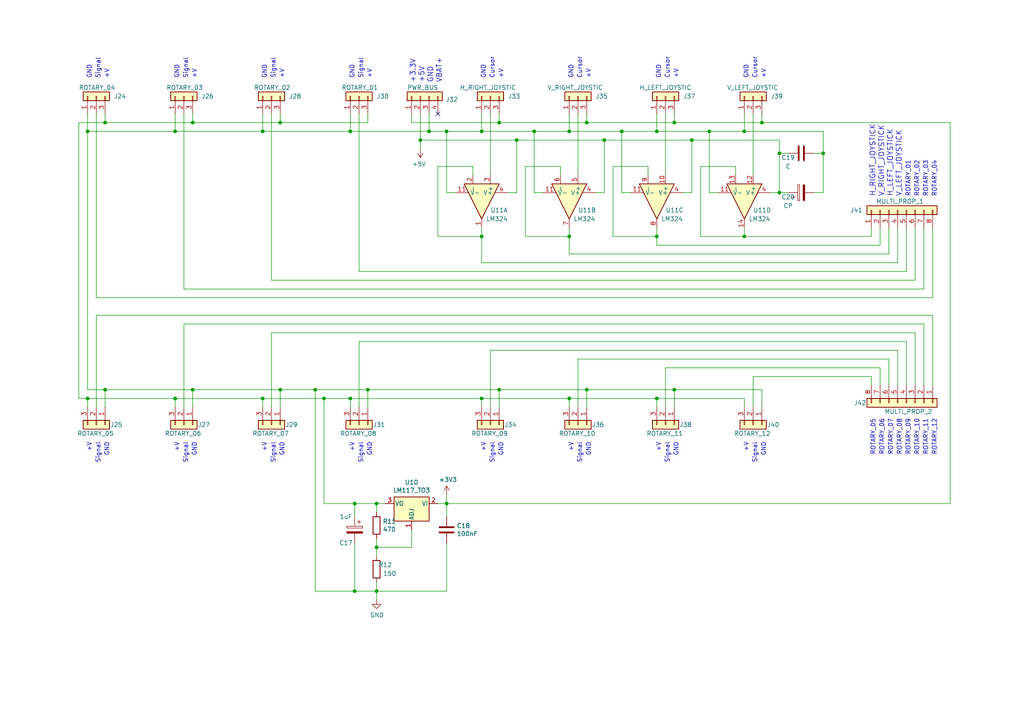
<source format=kicad_sch>
(kicad_sch (version 20230121) (generator eeschema)
  (paper "A4")
  (title_block (title "Analogs inputs - unbuffered rotary sensors") (date "2020-04-15"))
  (lib_symbols
    (symbol "RCTX-rescue:+3.3V-power" (power) (pin_names (offset 0))
      (property "Value" "+3.3V-power" (at 0 3.556 0))
      (symbol "+3.3V-power_0_1"
        (polyline (pts (xy -0.762 1.27) (xy 0 2.54)))
        (polyline (pts (xy 0 0) (xy 0 2.54)))
        (polyline (pts (xy 0 2.54) (xy 0.762 1.27)))
      )
      (symbol "+3.3V-power_1_1"
        (pin power_in line (at 0 0 90) (length 0) hide (name "+3V3") (number "1"))
      )
    )
    (symbol "RCTX-rescue:+5V-power" (power) (pin_names (offset 0))
      (property "Value" "+5V-power" (at 0 3.556 0))
      (symbol "+5V-power_0_1"
        (polyline (pts (xy -0.762 1.27) (xy 0 2.54)))
        (polyline (pts (xy 0 0) (xy 0 2.54)))
        (polyline (pts (xy 0 2.54) (xy 0.762 1.27)))
      )
      (symbol "+5V-power_1_1"
        (pin power_in line (at 0 0 90) (length 0) hide (name "+5V") (number "1"))
      )
    )
    (symbol "RCTX-rescue:C-device" (pin_numbers hide) (pin_names (offset 0.254))
      (property "Reference" "C" (at 0.635 2.54 0))
      (property "Value" "device_C" (at 0.635 -2.54 0))
      (symbol "C-device_0_1"
        (polyline (pts (xy -2.032 -0.762) (xy 2.032 -0.762)) (stroke (width 0.508)))
        (polyline (pts (xy -2.032 0.762) (xy 2.032 0.762)) (stroke (width 0.508)))
      )
      (symbol "C-device_1_1"
        (pin passive line (at 0 3.81 270) (length 2.794) (name "~") (number "1"))
        (pin passive line (at 0 -3.81 90) (length 2.794) (name "~") (number "2"))
      )
    )
    (symbol "RCTX-rescue:CP-device" (pin_numbers hide) (pin_names (offset 0.254))
      (property "Reference" "C" (at 0.635 2.54 0))
      (property "Value" "CP-device" (at 0.635 -2.54 0))
      (symbol "CP-device_0_1"
        (rectangle (start -2.286 0.508) (end -2.286 1.016))
        (rectangle (start -2.286 0.508) (end 2.286 0.508))
        (polyline (pts (xy -1.778 2.286) (xy -0.762 2.286)))
        (polyline (pts (xy -1.27 2.794) (xy -1.27 1.778)))
        (rectangle (start 2.286 -0.508) (end -2.286 -1.016) (fill (type outline)))
        (rectangle (start 2.286 1.016) (end -2.286 1.016))
        (rectangle (start 2.286 1.016) (end 2.286 0.508))
      )
      (symbol "CP-device_1_1"
        (pin passive line (at 0 3.81 270) (length 2.794) (name "~") (number "1"))
        (pin passive line (at 0 -3.81 90) (length 2.794) (name "~") (number "2"))
      )
    )
    (symbol "RCTX-rescue:Conn_01x03-conn" (pin_names (offset 1.016) hide)
      (property "Reference" "J" (at 0 5.08 0))
      (property "Value" "Conn_01x03-conn" (at 0 -5.08 0))
      (symbol "Conn_01x03-conn_1_1"
        (rectangle (start -1.27 -2.413) (end 0 -2.667) (stroke (width 0.1524)))
        (rectangle (start -1.27 0.127) (end 0 -0.127) (stroke (width 0.1524)))
        (rectangle (start -1.27 2.667) (end 0 2.413) (stroke (width 0.1524)))
        (rectangle (start -1.27 3.81) (end 1.27 -3.81) (stroke (width 0.254)) (fill (type background)))
        (pin passive line (at -5.08 2.54 0) (length 3.81) (name "Pin_1") (number "1"))
        (pin passive line (at -5.08 0 0) (length 3.81) (name "Pin_2") (number "2"))
        (pin passive line (at -5.08 -2.54 0) (length 3.81) (name "Pin_3") (number "3"))
      )
    )
    (symbol "RCTX-rescue:Conn_01x04-conn" (pin_names (offset 1.016) hide)
      (property "Reference" "J" (at 0 5.08 0))
      (property "Value" "Conn_01x04-conn" (at 0 -7.62 0))
      (symbol "Conn_01x04-conn_1_1"
        (rectangle (start -1.27 -4.953) (end 0 -5.207) (stroke (width 0.1524)))
        (rectangle (start -1.27 -2.413) (end 0 -2.667) (stroke (width 0.1524)))
        (rectangle (start -1.27 0.127) (end 0 -0.127) (stroke (width 0.1524)))
        (rectangle (start -1.27 2.667) (end 0 2.413) (stroke (width 0.1524)))
        (rectangle (start -1.27 3.81) (end 1.27 -6.35) (stroke (width 0.254)) (fill (type background)))
        (pin passive line (at -5.08 2.54 0) (length 3.81) (name "Pin_1") (number "1"))
        (pin passive line (at -5.08 0 0) (length 3.81) (name "Pin_2") (number "2"))
        (pin passive line (at -5.08 -2.54 0) (length 3.81) (name "Pin_3") (number "3"))
        (pin passive line (at -5.08 -5.08 0) (length 3.81) (name "Pin_4") (number "4"))
      )
    )
    (symbol "RCTX-rescue:Conn_01x08-conn" (pin_names (offset 1.016) hide)
      (property "Reference" "J" (at 0 10.16 0))
      (property "Value" "Conn_01x08-conn" (at 0 -12.7 0))
      (symbol "Conn_01x08-conn_1_1"
        (rectangle (start -1.27 -10.033) (end 0 -10.287) (stroke (width 0.1524)))
        (rectangle (start -1.27 -7.493) (end 0 -7.747) (stroke (width 0.1524)))
        (rectangle (start -1.27 -4.953) (end 0 -5.207) (stroke (width 0.1524)))
        (rectangle (start -1.27 -2.413) (end 0 -2.667) (stroke (width 0.1524)))
        (rectangle (start -1.27 0.127) (end 0 -0.127) (stroke (width 0.1524)))
        (rectangle (start -1.27 2.667) (end 0 2.413) (stroke (width 0.1524)))
        (rectangle (start -1.27 5.207) (end 0 4.953) (stroke (width 0.1524)))
        (rectangle (start -1.27 7.747) (end 0 7.493) (stroke (width 0.1524)))
        (rectangle (start -1.27 8.89) (end 1.27 -11.43) (stroke (width 0.254)) (fill (type background)))
        (pin passive line (at -5.08 7.62 0) (length 3.81) (name "Pin_1") (number "1"))
        (pin passive line (at -5.08 5.08 0) (length 3.81) (name "Pin_2") (number "2"))
        (pin passive line (at -5.08 2.54 0) (length 3.81) (name "Pin_3") (number "3"))
        (pin passive line (at -5.08 0 0) (length 3.81) (name "Pin_4") (number "4"))
        (pin passive line (at -5.08 -2.54 0) (length 3.81) (name "Pin_5") (number "5"))
        (pin passive line (at -5.08 -5.08 0) (length 3.81) (name "Pin_6") (number "6"))
        (pin passive line (at -5.08 -7.62 0) (length 3.81) (name "Pin_7") (number "7"))
        (pin passive line (at -5.08 -10.16 0) (length 3.81) (name "Pin_8") (number "8"))
      )
    )
    (symbol "RCTX-rescue:GND-power" (power) (pin_names (offset 0))
      (property "Value" "GND-power" (at 0 -3.81 0))
      (symbol "GND-power_0_1"
        (polyline (pts (xy 0 0) (xy 0 -1.27) (xy 1.27 -1.27) (xy 0 -2.54) (xy -1.27 -1.27) (xy 0 -1.27)))
      )
      (symbol "GND-power_1_1"
        (pin power_in line (at 0 0 270) (length 0) hide (name "GND") (number "1"))
      )
    )
    (symbol "RCTX-rescue:LM117_TO3-regul" (pin_names (offset 0.254))
      (property "Reference" "U" (at -3.81 3.175 0))
      (property "Value" "LM117_TO3-regul" (at 0 3.175 0))
      (symbol "LM117_TO3-regul_0_1"
        (rectangle (start -5.08 1.905) (end 5.08 -5.08) (stroke (width 0.254)) (fill (type background)))
      )
      (symbol "LM117_TO3-regul_1_1"
        (pin input line (at 0 -7.62 90) (length 2.54) (name "ADJ") (number "1"))
        (pin power_in line (at -7.62 0 0) (length 2.54) (name "VI") (number "2"))
        (pin power_out line (at 7.62 0 180) (length 2.54) (name "VO") (number "3"))
      )
    )
    (symbol "RCTX-rescue:LM324-linear"
      (property "Reference" "U" (at 0 5.08 0))
      (property "Value" "LM324-linear" (at 0 -5.08 0))
      (symbol "LM324-linear_0_1"
        (polyline (pts (xy -5.08 5.08) (xy 5.08 0) (xy -5.08 -5.08) (xy -5.08 5.08)) (stroke (width 0.254)) (fill (type background)))
        (pin power_in line (at -2.54 -7.62 90) (length 3.81) (name "V-") (number "11"))
        (pin power_in line (at -2.54 7.62 270) (length 3.81) (name "V+") (number "4"))
      )
      (symbol "LM324-linear_1_1"
        (pin output line (at 7.62 0 180) (length 2.54) (name "~") (number "1"))
        (pin input line (at -7.62 -2.54 0) (length 2.54) (name "-") (number "2"))
        (pin input line (at -7.62 2.54 0) (length 2.54) (name "+") (number "3"))
      )
      (symbol "LM324-linear_2_1"
        (pin input line (at -7.62 2.54 0) (length 2.54) (name "+") (number "5"))
        (pin input line (at -7.62 -2.54 0) (length 2.54) (name "-") (number "6"))
        (pin output line (at 7.62 0 180) (length 2.54) (name "~") (number "7"))
      )
      (symbol "LM324-linear_3_1"
        (pin input line (at -7.62 2.54 0) (length 2.54) (name "+") (number "10"))
        (pin output line (at 7.62 0 180) (length 2.54) (name "~") (number "8"))
        (pin input line (at -7.62 -2.54 0) (length 2.54) (name "-") (number "9"))
      )
      (symbol "LM324-linear_4_1"
        (pin input line (at -7.62 2.54 0) (length 2.54) (name "+") (number "12"))
        (pin input line (at -7.62 -2.54 0) (length 2.54) (name "-") (number "13"))
        (pin output line (at 7.62 0 180) (length 2.54) (name "~") (number "14"))
      )
    )
    (symbol "RCTX-rescue:R-device" (pin_numbers hide) (pin_names (offset 0))
      (property "Reference" "R" (at 2.032 0 90))
      (property "Value" "device_R" (at 0 0 90))
      (symbol "R-device_0_1"
        (rectangle (start -1.016 -2.54) (end 1.016 2.54) (stroke (width 0.254)))
      )
      (symbol "R-device_1_1"
        (pin passive line (at 0 3.81 270) (length 1.27) (name "~") (number "1"))
        (pin passive line (at 0 -3.81 90) (length 1.27) (name "~") (number "2"))
      )
    )
  )
  (junction (at 139.7 38.1))
  (junction (at 195.58 113.03))
  (junction (at 25.4 115.57))
  (junction (at 226.06 55.88))
  (junction (at 215.9 68.58))
  (junction (at 101.6 38.1))
  (junction (at 190.5 68.58))
  (junction (at 102.87 171.45))
  (junction (at 93.98 115.57))
  (junction (at 195.58 35.56))
  (junction (at 215.9 38.1))
  (junction (at 200.66 40.64))
  (junction (at 30.48 35.56))
  (junction (at 226.06 44.45))
  (junction (at 165.1 115.57))
  (junction (at 144.78 113.03))
  (junction (at 25.4 38.1))
  (junction (at 149.86 40.64))
  (junction (at 81.28 35.56))
  (junction (at 50.8 38.1))
  (junction (at 190.5 115.57))
  (junction (at 109.22 171.45))
  (junction (at 190.5 38.1))
  (junction (at 76.2 38.1))
  (junction (at 101.6 115.57))
  (junction (at 175.26 40.64))
  (junction (at 238.76 44.45))
  (junction (at 180.34 38.1))
  (junction (at 76.2 115.57))
  (junction (at 170.18 35.56))
  (junction (at 109.22 146.05))
  (junction (at 165.1 68.58))
  (junction (at 139.7 68.58))
  (junction (at 129.54 146.05))
  (junction (at 109.22 158.75))
  (junction (at 129.54 38.1))
  (junction (at 121.92 40.64))
  (junction (at 30.48 113.03))
  (junction (at 55.88 113.03))
  (junction (at 144.78 35.56))
  (junction (at 124.46 38.1))
  (junction (at 91.44 113.03))
  (junction (at 139.7 115.57))
  (junction (at 50.8 115.57))
  (junction (at 165.1 38.1))
  (junction (at 81.28 113.03))
  (junction (at 170.18 113.03))
  (junction (at 55.88 35.56))
  (junction (at 220.98 35.56))
  (junction (at 205.74 38.1))
  (junction (at 106.68 113.03))
  (junction (at 154.94 38.1))
  (junction (at 102.87 146.05))
  (no_connect (at 127 33.02))
  (wire (pts (xy 22.86 35.56) (xy 30.48 35.56)))
  (wire (pts (xy 265.43 96.52) (xy 78.74 96.52)))
  (wire (pts (xy 193.04 106.68) (xy 193.04 118.11)))
  (wire (pts (xy 215.9 68.58) (xy 215.9 66.04)))
  (wire (pts (xy 106.68 113.03) (xy 144.78 113.03)))
  (wire (pts (xy 129.54 38.1) (xy 139.7 38.1)))
  (wire (pts (xy 109.22 146.05) (xy 102.87 146.05)))
  (wire (pts (xy 129.54 171.45) (xy 129.54 157.48)))
  (wire (pts (xy 106.68 33.02) (xy 106.68 35.56)))
  (wire (pts (xy 265.43 111.76) (xy 265.43 96.52)))
  (wire (pts (xy 180.34 55.88) (xy 180.34 38.1)))
  (wire (pts (xy 154.94 55.88) (xy 154.94 38.1)))
  (wire (pts (xy 215.9 33.02) (xy 215.9 38.1)))
  (wire (pts (xy 22.86 115.57) (xy 22.86 35.56)))
  (wire (pts (xy 102.87 146.05) (xy 93.98 146.05)))
  (wire (pts (xy 104.14 99.06) (xy 104.14 118.11)))
  (wire (pts (xy 119.38 35.56) (xy 144.78 35.56)))
  (wire (pts (xy 205.74 55.88) (xy 205.74 38.1)))
  (wire (pts (xy 177.8 68.58) (xy 190.5 68.58)))
  (wire (pts (xy 93.98 146.05) (xy 93.98 115.57)))
  (wire (pts (xy 238.76 44.45) (xy 236.22 44.45)))
  (wire (pts (xy 27.94 33.02) (xy 27.94 86.36)))
  (wire (pts (xy 50.8 118.11) (xy 50.8 115.57)))
  (wire (pts (xy 255.27 71.12) (xy 190.5 71.12)))
  (wire (pts (xy 147.32 55.88) (xy 149.86 55.88)))
  (wire (pts (xy 55.88 113.03) (xy 81.28 113.03)))
  (wire (pts (xy 270.51 86.36) (xy 27.94 86.36)))
  (wire (pts (xy 190.5 68.58) (xy 190.5 66.04)))
  (wire (pts (xy 170.18 113.03) (xy 195.58 113.03)))
  (wire (pts (xy 265.43 66.04) (xy 265.43 81.28)))
  (wire (pts (xy 262.89 111.76) (xy 262.89 99.06)))
  (wire (pts (xy 102.87 171.45) (xy 91.44 171.45)))
  (wire (pts (xy 167.64 104.14) (xy 167.64 118.11)))
  (wire (pts (xy 55.88 35.56) (xy 30.48 35.56)))
  (wire (pts (xy 218.44 109.22) (xy 252.73 109.22)))
  (wire (pts (xy 182.88 55.88) (xy 180.34 55.88)))
  (wire (pts (xy 238.76 55.88) (xy 238.76 44.45)))
  (wire (pts (xy 30.48 118.11) (xy 30.48 113.03)))
  (wire (pts (xy 55.88 33.02) (xy 55.88 35.56)))
  (wire (pts (xy 193.04 106.68) (xy 255.27 106.68)))
  (wire (pts (xy 157.48 55.88) (xy 154.94 55.88)))
  (wire (pts (xy 177.8 48.26) (xy 177.8 68.58)))
  (wire (pts (xy 190.5 118.11) (xy 190.5 115.57)))
  (wire (pts (xy 124.46 33.02) (xy 124.46 38.1)))
  (wire (pts (xy 25.4 115.57) (xy 22.86 115.57)))
  (wire (pts (xy 260.35 111.76) (xy 260.35 101.6)))
  (wire (pts (xy 262.89 66.04) (xy 262.89 78.74)))
  (wire (pts (xy 119.38 35.56) (xy 119.38 33.02)))
  (wire (pts (xy 213.36 48.26) (xy 203.2 48.26)))
  (wire (pts (xy 213.36 50.8) (xy 213.36 48.26)))
  (wire (pts (xy 220.98 35.56) (xy 195.58 35.56)))
  (wire (pts (xy 208.28 55.88) (xy 205.74 55.88)))
  (wire (pts (xy 102.87 157.48) (xy 102.87 171.45)))
  (wire (pts (xy 81.28 33.02) (xy 81.28 35.56)))
  (wire (pts (xy 142.24 33.02) (xy 142.24 50.8)))
  (wire (pts (xy 76.2 115.57) (xy 93.98 115.57)))
  (wire (pts (xy 255.27 106.68) (xy 255.27 111.76)))
  (wire (pts (xy 262.89 99.06) (xy 104.14 99.06)))
  (wire (pts (xy 50.8 33.02) (xy 50.8 38.1)))
  (wire (pts (xy 257.81 111.76) (xy 257.81 104.14)))
  (wire (pts (xy 195.58 33.02) (xy 195.58 35.56)))
  (wire (pts (xy 262.89 78.74) (xy 104.14 78.74)))
  (wire (pts (xy 193.04 33.02) (xy 193.04 50.8)))
  (wire (pts (xy 170.18 33.02) (xy 170.18 35.56)))
  (wire (pts (xy 25.4 38.1) (xy 50.8 38.1)))
  (wire (pts (xy 165.1 73.66) (xy 165.1 68.58)))
  (wire (pts (xy 132.08 55.88) (xy 129.54 55.88)))
  (wire (pts (xy 106.68 113.03) (xy 106.68 118.11)))
  (wire (pts (xy 165.1 68.58) (xy 165.1 66.04)))
  (wire (pts (xy 81.28 113.03) (xy 91.44 113.03)))
  (wire (pts (xy 25.4 118.11) (xy 25.4 115.57)))
  (wire (pts (xy 127 146.05) (xy 129.54 146.05)))
  (wire (pts (xy 165.1 115.57) (xy 190.5 115.57)))
  (wire (pts (xy 109.22 171.45) (xy 102.87 171.45)))
  (wire (pts (xy 101.6 115.57) (xy 139.7 115.57)))
  (wire (pts (xy 149.86 55.88) (xy 149.86 40.64)))
  (wire (pts (xy 267.97 83.82) (xy 53.34 83.82)))
  (wire (pts (xy 137.16 50.8) (xy 137.16 48.26)))
  (wire (pts (xy 257.81 73.66) (xy 165.1 73.66)))
  (wire (pts (xy 267.97 111.76) (xy 267.97 93.98)))
  (wire (pts (xy 203.2 48.26) (xy 203.2 68.58)))
  (wire (pts (xy 109.22 156.21) (xy 109.22 158.75)))
  (wire (pts (xy 76.2 33.02) (xy 76.2 38.1)))
  (wire (pts (xy 190.5 71.12) (xy 190.5 68.58)))
  (wire (pts (xy 139.7 38.1) (xy 139.7 33.02)))
  (wire (pts (xy 162.56 50.8) (xy 162.56 48.26)))
  (wire (pts (xy 53.34 33.02) (xy 53.34 83.82)))
  (wire (pts (xy 215.9 115.57) (xy 215.9 118.11)))
  (wire (pts (xy 91.44 113.03) (xy 106.68 113.03)))
  (wire (pts (xy 170.18 118.11) (xy 170.18 113.03)))
  (wire (pts (xy 129.54 143.51) (xy 129.54 146.05)))
  (wire (pts (xy 154.94 38.1) (xy 139.7 38.1)))
  (wire (pts (xy 139.7 118.11) (xy 139.7 115.57)))
  (wire (pts (xy 265.43 81.28) (xy 78.74 81.28)))
  (wire (pts (xy 149.86 40.64) (xy 175.26 40.64)))
  (wire (pts (xy 53.34 93.98) (xy 53.34 118.11)))
  (wire (pts (xy 270.51 111.76) (xy 270.51 91.44)))
  (wire (pts (xy 104.14 33.02) (xy 104.14 78.74)))
  (wire (pts (xy 121.92 33.02) (xy 121.92 40.64)))
  (wire (pts (xy 165.1 118.11) (xy 165.1 115.57)))
  (wire (pts (xy 275.59 35.56) (xy 275.59 146.05)))
  (wire (pts (xy 226.06 40.64) (xy 226.06 44.45)))
  (wire (pts (xy 142.24 101.6) (xy 260.35 101.6)))
  (wire (pts (xy 129.54 146.05) (xy 129.54 149.86)))
  (wire (pts (xy 175.26 40.64) (xy 200.66 40.64)))
  (wire (pts (xy 81.28 35.56) (xy 55.88 35.56)))
  (wire (pts (xy 152.4 48.26) (xy 152.4 68.58)))
  (wire (pts (xy 170.18 35.56) (xy 144.78 35.56)))
  (wire (pts (xy 200.66 40.64) (xy 200.66 55.88)))
  (wire (pts (xy 127 48.26) (xy 127 68.58)))
  (wire (pts (xy 167.64 33.02) (xy 167.64 50.8)))
  (wire (pts (xy 167.64 104.14) (xy 257.81 104.14)))
  (wire (pts (xy 139.7 76.2) (xy 139.7 68.58)))
  (wire (pts (xy 109.22 173.99) (xy 109.22 171.45)))
  (wire (pts (xy 102.87 146.05) (xy 102.87 149.86)))
  (wire (pts (xy 195.58 113.03) (xy 220.98 113.03)))
  (wire (pts (xy 50.8 38.1) (xy 76.2 38.1)))
  (wire (pts (xy 165.1 38.1) (xy 154.94 38.1)))
  (wire (pts (xy 165.1 33.02) (xy 165.1 38.1)))
  (wire (pts (xy 152.4 68.58) (xy 165.1 68.58)))
  (wire (pts (xy 137.16 48.26) (xy 127 48.26)))
  (wire (pts (xy 236.22 55.88) (xy 238.76 55.88)))
  (wire (pts (xy 111.76 146.05) (xy 109.22 146.05)))
  (wire (pts (xy 252.73 66.04) (xy 252.73 68.58)))
  (wire (pts (xy 129.54 171.45) (xy 109.22 171.45)))
  (wire (pts (xy 144.78 113.03) (xy 170.18 113.03)))
  (wire (pts (xy 252.73 109.22) (xy 252.73 111.76)))
  (wire (pts (xy 25.4 38.1) (xy 25.4 33.02)))
  (wire (pts (xy 25.4 38.1) (xy 25.4 113.03)))
  (wire (pts (xy 257.81 66.04) (xy 257.81 73.66)))
  (wire (pts (xy 78.74 33.02) (xy 78.74 81.28)))
  (wire (pts (xy 78.74 96.52) (xy 78.74 118.11)))
  (wire (pts (xy 203.2 68.58) (xy 215.9 68.58)))
  (wire (pts (xy 228.6 44.45) (xy 226.06 44.45)))
  (wire (pts (xy 226.06 55.88) (xy 223.52 55.88)))
  (wire (pts (xy 25.4 115.57) (xy 50.8 115.57)))
  (wire (pts (xy 129.54 55.88) (xy 129.54 38.1)))
  (wire (pts (xy 142.24 101.6) (xy 142.24 118.11)))
  (wire (pts (xy 119.38 158.75) (xy 119.38 153.67)))
  (wire (pts (xy 195.58 35.56) (xy 170.18 35.56)))
  (wire (pts (xy 76.2 38.1) (xy 101.6 38.1)))
  (wire (pts (xy 76.2 118.11) (xy 76.2 115.57)))
  (wire (pts (xy 200.66 40.64) (xy 226.06 40.64)))
  (wire (pts (xy 109.22 146.05) (xy 109.22 148.59)))
  (wire (pts (xy 162.56 48.26) (xy 152.4 48.26)))
  (wire (pts (xy 260.35 76.2) (xy 139.7 76.2)))
  (wire (pts (xy 91.44 171.45) (xy 91.44 113.03)))
  (wire (pts (xy 218.44 50.8) (xy 218.44 33.02)))
  (wire (pts (xy 144.78 35.56) (xy 144.78 33.02)))
  (wire (pts (xy 270.51 66.04) (xy 270.51 86.36)))
  (wire (pts (xy 190.5 38.1) (xy 180.34 38.1)))
  (wire (pts (xy 187.96 50.8) (xy 187.96 48.26)))
  (wire (pts (xy 252.73 68.58) (xy 215.9 68.58)))
  (wire (pts (xy 255.27 66.04) (xy 255.27 71.12)))
  (wire (pts (xy 175.26 55.88) (xy 172.72 55.88)))
  (wire (pts (xy 81.28 118.11) (xy 81.28 113.03)))
  (wire (pts (xy 190.5 33.02) (xy 190.5 38.1)))
  (wire (pts (xy 121.92 40.64) (xy 149.86 40.64)))
  (wire (pts (xy 226.06 44.45) (xy 226.06 55.88)))
  (wire (pts (xy 139.7 68.58) (xy 139.7 66.04)))
  (wire (pts (xy 270.51 91.44) (xy 27.94 91.44)))
  (wire (pts (xy 25.4 113.03) (xy 30.48 113.03)))
  (wire (pts (xy 180.34 38.1) (xy 165.1 38.1)))
  (wire (pts (xy 275.59 146.05) (xy 129.54 146.05)))
  (wire (pts (xy 93.98 115.57) (xy 101.6 115.57)))
  (wire (pts (xy 30.48 35.56) (xy 30.48 33.02)))
  (wire (pts (xy 50.8 115.57) (xy 76.2 115.57)))
  (wire (pts (xy 260.35 66.04) (xy 260.35 76.2)))
  (wire (pts (xy 27.94 91.44) (xy 27.94 118.11)))
  (wire (pts (xy 109.22 158.75) (xy 119.38 158.75)))
  (wire (pts (xy 190.5 115.57) (xy 215.9 115.57)))
  (wire (pts (xy 175.26 40.64) (xy 175.26 55.88)))
  (wire (pts (xy 238.76 44.45) (xy 238.76 38.1)))
  (wire (pts (xy 200.66 55.88) (xy 198.12 55.88)))
  (wire (pts (xy 228.6 55.88) (xy 226.06 55.88)))
  (wire (pts (xy 109.22 158.75) (xy 109.22 161.29)))
  (wire (pts (xy 30.48 113.03) (xy 55.88 113.03)))
  (wire (pts (xy 215.9 38.1) (xy 205.74 38.1)))
  (wire (pts (xy 101.6 33.02) (xy 101.6 38.1)))
  (wire (pts (xy 109.22 168.91) (xy 109.22 171.45)))
  (wire (pts (xy 238.76 38.1) (xy 215.9 38.1)))
  (wire (pts (xy 220.98 35.56) (xy 275.59 35.56)))
  (wire (pts (xy 267.97 66.04) (xy 267.97 83.82)))
  (wire (pts (xy 218.44 109.22) (xy 218.44 118.11)))
  (wire (pts (xy 220.98 33.02) (xy 220.98 35.56)))
  (wire (pts (xy 195.58 118.11) (xy 195.58 113.03)))
  (wire (pts (xy 220.98 113.03) (xy 220.98 118.11)))
  (wire (pts (xy 267.97 93.98) (xy 53.34 93.98)))
  (wire (pts (xy 144.78 118.11) (xy 144.78 113.03)))
  (wire (pts (xy 124.46 38.1) (xy 129.54 38.1)))
  (wire (pts (xy 190.5 38.1) (xy 205.74 38.1)))
  (wire (pts (xy 124.46 38.1) (xy 101.6 38.1)))
  (wire (pts (xy 55.88 118.11) (xy 55.88 113.03)))
  (wire (pts (xy 121.92 43.18) (xy 121.92 40.64)))
  (wire (pts (xy 127 68.58) (xy 139.7 68.58)))
  (wire (pts (xy 106.68 35.56) (xy 81.28 35.56)))
  (wire (pts (xy 187.96 48.26) (xy 177.8 48.26)))
  (wire (pts (xy 139.7 115.57) (xy 165.1 115.57)))
  (wire (pts (xy 101.6 115.57) (xy 101.6 118.11)))
  (text "+V" (at 82.55 22.86 90) (effects (font (size 1.27 1.27)) (justify left bottom)))
  (text "+3.3V" (at 120.65 24.13 90) (effects (font (size 1.524 1.524)) (justify left bottom)))
  (text "Signal" (at 105.41 22.86 90) (effects (font (size 1.27 1.27)) (justify left bottom)))
  (text "ROTARY_08" (at 261.62 132.08 90) (effects (font (size 1.27 1.27)) (justify left bottom)))
  (text "Signal" (at 194.31 128.27 90) (effects (font (size 1.27 1.27)) (justify right bottom)))
  (text "ROTARY_02" (at 266.7 57.15 90) (effects (font (size 1.27 1.27)) (justify left bottom)))
  (text "ROTARY_06" (at 256.54 132.08 90) (effects (font (size 1.27 1.27)) (justify left bottom)))
  (text "Signal" (at 168.91 128.27 90) (effects (font (size 1.27 1.27)) (justify right bottom)))
  (text "Signal" (at 143.51 128.27 90) (effects (font (size 1.27 1.27)) (justify right bottom)))
  (text "V_RIGHT_JOYSTICK" (at 256.54 57.15 90) (effects (font (size 1.524 1.524)) (justify left bottom)))
  (text "Cursor" (at 194.31 22.86 90) (effects (font (size 1.27 1.27)) (justify left bottom)))
  (text "ROTARY_03" (at 269.24 57.15 90) (effects (font (size 1.27 1.27)) (justify left bottom)))
  (text "GND" (at 31.75 128.27 90) (effects (font (size 1.27 1.27)) (justify right bottom)))
  (text "GND" (at 166.37 22.86 90) (effects (font (size 1.27 1.27)) (justify left bottom)))
  (text "Signal" (at 29.21 22.86 90) (effects (font (size 1.27 1.27)) (justify left bottom)))
  (text "GND" (at 102.87 22.86 90) (effects (font (size 1.27 1.27)) (justify left bottom)))
  (text "Signal" (at 219.71 128.27 90) (effects (font (size 1.27 1.27)) (justify right bottom)))
  (text "GND" (at 222.25 128.27 90) (effects (font (size 1.27 1.27)) (justify right bottom)))
  (text "+V" (at 140.97 128.27 90) (effects (font (size 1.27 1.27)) (justify right bottom)))
  (text "GND" (at 125.73 24.13 90) (effects (font (size 1.524 1.524)) (justify left bottom)))
  (text "GND" (at 191.77 22.86 90) (effects (font (size 1.27 1.27)) (justify left bottom)))
  (text "VBAT+" (at 128.27 24.13 90) (effects (font (size 1.524 1.524)) (justify left bottom)))
  (text "GND" (at 171.45 128.27 90) (effects (font (size 1.27 1.27)) (justify right bottom)))
  (text "+V" (at 166.37 128.27 90) (effects (font (size 1.27 1.27)) (justify right bottom)))
  (text "+V" (at 31.75 22.86 90) (effects (font (size 1.27 1.27)) (justify left bottom)))
  (text "+V" (at 52.07 128.27 90) (effects (font (size 1.27 1.27)) (justify right bottom)))
  (text "ROTARY_11" (at 269.24 132.08 90) (effects (font (size 1.27 1.27)) (justify left bottom)))
  (text "+V" (at 26.67 128.27 90) (effects (font (size 1.27 1.27)) (justify right bottom)))
  (text "GND" (at 107.95 128.27 90) (effects (font (size 1.27 1.27)) (justify right bottom)))
  (text "+5V" (at 123.19 24.13 90) (effects (font (size 1.524 1.524)) (justify left bottom)))
  (text "GND" (at 196.85 128.27 90) (effects (font (size 1.27 1.27)) (justify right bottom)))
  (text "GND" (at 77.47 22.86 90) (effects (font (size 1.27 1.27)) (justify left bottom)))
  (text "+V" (at 146.05 22.86 90) (effects (font (size 1.27 1.27)) (justify left bottom)))
  (text "H_RIGHT_JOYSTICK" (at 254 57.15 90) (effects (font (size 1.524 1.524)) (justify left bottom)))
  (text "V_LEFT_JOYSTICK" (at 261.62 57.15 90) (effects (font (size 1.524 1.524)) (justify left bottom)))
  (text "+V" (at 107.95 22.86 90) (effects (font (size 1.27 1.27)) (justify left bottom)))
  (text "Signal" (at 80.01 22.86 90) (effects (font (size 1.27 1.27)) (justify left bottom)))
  (text "Signal" (at 29.21 128.27 90) (effects (font (size 1.27 1.27)) (justify right bottom)))
  (text "+V" (at 57.15 22.86 90) (effects (font (size 1.27 1.27)) (justify left bottom)))
  (text "Signal" (at 80.01 128.27 90) (effects (font (size 1.27 1.27)) (justify right bottom)))
  (text "ROTARY_12" (at 271.78 132.08 90) (effects (font (size 1.27 1.27)) (justify left bottom)))
  (text "+V" (at 217.17 128.27 90) (effects (font (size 1.27 1.27)) (justify right bottom)))
  (text "GND" (at 57.15 128.27 90) (effects (font (size 1.27 1.27)) (justify right bottom)))
  (text "Cursor" (at 219.71 22.86 90) (effects (font (size 1.27 1.27)) (justify left bottom)))
  (text "GND" (at 82.55 128.27 90) (effects (font (size 1.27 1.27)) (justify right bottom)))
  (text "ROTARY_07" (at 259.08 132.08 90) (effects (font (size 1.27 1.27)) (justify left bottom)))
  (text "GND" (at 217.17 22.86 90) (effects (font (size 1.27 1.27)) (justify left bottom)))
  (text "Signal" (at 54.61 128.27 90) (effects (font (size 1.27 1.27)) (justify right bottom)))
  (text "ROTARY_04" (at 271.78 57.15 90) (effects (font (size 1.27 1.27)) (justify left bottom)))
  (text "GND" (at 26.67 22.86 90) (effects (font (size 1.27 1.27)) (justify left bottom)))
  (text "ROTARY_10" (at 266.7 132.08 90) (effects (font (size 1.27 1.27)) (justify left bottom)))
  (text "ROTARY_05" (at 254 132.08 90) (effects (font (size 1.27 1.27)) (justify left bottom)))
  (text "GND" (at 146.05 128.27 90) (effects (font (size 1.27 1.27)) (justify right bottom)))
  (text "+V" (at 171.45 22.86 90) (effects (font (size 1.27 1.27)) (justify left bottom)))
  (text "+V" (at 102.87 128.27 90) (effects (font (size 1.27 1.27)) (justify right bottom)))
  (text "Cursor" (at 143.51 22.86 90) (effects (font (size 1.27 1.27)) (justify left bottom)))
  (text "Signal" (at 54.61 22.86 90) (effects (font (size 1.27 1.27)) (justify left bottom)))
  (text "GND" (at 52.07 22.86 90) (effects (font (size 1.27 1.27)) (justify left bottom)))
  (text "+V" (at 196.85 22.86 90) (effects (font (size 1.27 1.27)) (justify left bottom)))
  (text "+V" (at 191.77 128.27 90) (effects (font (size 1.27 1.27)) (justify right bottom)))
  (text "H_LEFT_JOYSTICK" (at 259.08 57.15 90) (effects (font (size 1.524 1.524)) (justify left bottom)))
  (text "ROTARY_01" (at 264.16 57.15 90) (effects (font (size 1.27 1.27)) (justify left bottom)))
  (text "Cursor" (at 168.91 22.86 90) (effects (font (size 1.27 1.27)) (justify left bottom)))
  (text "ROTARY_09" (at 264.16 132.08 90) (effects (font (size 1.27 1.27)) (justify left bottom)))
  (text "+V" (at 222.25 22.86 90) (effects (font (size 1.27 1.27)) (justify left bottom)))
  (text "Signal" (at 105.41 128.27 90) (effects (font (size 1.27 1.27)) (justify right bottom)))
  (text "+V" (at 77.47 128.27 90) (effects (font (size 1.27 1.27)) (justify right bottom)))
  (text "GND" (at 140.97 22.86 90) (effects (font (size 1.27 1.27)) (justify left bottom)))
  (symbol (lib_id "RCTX-rescue:Conn_01x03-conn") (at 27.94 27.94 90) (unit 1)
    (property "Reference" "J24" (at 33.02 27.94 90) (effects (justify right)))
    (property "Value" "ROTARY_04" (at 22.86 25.4 90) (effects (justify right)))
    (property "Footprint" "servo_conn:SRV_1" (effects hide))
    (instances (project "RCTX" (path "" (reference "J24") (unit 1)) (path "" (reference "J?") (unit 1))))
  )
  (symbol (lib_id "RCTX-rescue:LM324-linear") (at 165.1 58.42 270) (unit 2)
    (property "Reference" "U11" (at 167.64 60.96 90) (effects (justify left)))
    (property "Value" "LM324" (at 166.37 63.5 90) (effects (justify left)))
    (property "Footprint" "Housings_DIP:DIP-14_W7.62mm" (effects hide))
    (property "Datasheet" "http://www.ti.com/lit/ds/symlink/lm2902-n.pdf" (effects hide))
    (instances (project "RCTX" (path "" (reference "U11") (unit 2)) (path "" (reference "U?") (unit 2))))
  )
  (symbol (lib_id "RCTX-rescue:LM324-linear") (at 190.5 58.42 270) (unit 3)
    (property "Reference" "U11" (at 193.04 60.96 90) (effects (justify left)))
    (property "Value" "LM324" (at 191.77 63.5 90) (effects (justify left)))
    (property "Footprint" "Housings_DIP:DIP-14_W7.62mm" (effects hide))
    (property "Datasheet" "http://www.ti.com/lit/ds/symlink/lm2902-n.pdf" (effects hide))
    (instances (project "RCTX" (path "" (reference "U11") (unit 3)) (path "" (reference "U?") (unit 3))))
  )
  (symbol (lib_id "RCTX-rescue:Conn_01x03-conn") (at 167.64 27.94 90) (unit 1)
    (property "Reference" "J35" (at 172.72 27.94 90) (effects (justify right)))
    (property "Value" "V_RIGHT_JOYSTIC" (at 158.75 25.4 90) (effects (justify right)))
    (property "Footprint" "servo_conn:SRV_1" (effects hide))
    (instances (project "RCTX" (path "" (reference "J35") (unit 1)) (path "" (reference "J?") (unit 1))))
  )
  (symbol (lib_id "RCTX-rescue:Conn_01x03-conn") (at 193.04 27.94 90) (unit 1)
    (property "Reference" "J37" (at 198.12 27.94 90) (effects (justify right)))
    (property "Value" "H_LEFT_JOYSTIC" (at 185.42 25.4 90) (effects (justify right)))
    (property "Footprint" "servo_conn:SRV_1" (effects hide))
    (instances (project "RCTX" (path "" (reference "J37") (unit 1)) (path "" (reference "J?") (unit 1))))
  )
  (symbol (lib_id "RCTX-rescue:Conn_01x03-conn") (at 104.14 123.19 270) (unit 1)
    (property "Reference" "J31" (at 111.76 123.19 90) (effects (justify right)))
    (property "Value" "ROTARY_08" (at 109.22 125.73 90) (effects (justify right)))
    (property "Footprint" "servo_conn:SRV_1" (effects hide))
    (instances (project "RCTX" (path "" (reference "J31") (unit 1)) (path "" (reference "J?") (unit 1))))
  )
  (symbol (lib_id "RCTX-rescue:Conn_01x03-conn") (at 27.94 123.19 270) (unit 1)
    (property "Reference" "J25" (at 35.56 123.19 90) (effects (justify right)))
    (property "Value" "ROTARY_05" (at 33.02 125.73 90) (effects (justify right)))
    (property "Footprint" "servo_conn:SRV_1" (effects hide))
    (instances (project "RCTX" (path "" (reference "J25") (unit 1)) (path "" (reference "J?") (unit 1))))
  )
  (symbol (lib_id "RCTX-rescue:Conn_01x03-conn") (at 218.44 123.19 270) (unit 1)
    (property "Reference" "J40" (at 226.06 123.19 90) (effects (justify right)))
    (property "Value" "ROTARY_12" (at 223.52 125.73 90) (effects (justify right)))
    (property "Footprint" "servo_conn:SRV_1" (effects hide))
    (instances (project "RCTX" (path "" (reference "J40") (unit 1)) (path "" (reference "J?") (unit 1))))
  )
  (symbol (lib_id "RCTX-rescue:Conn_01x03-conn") (at 193.04 123.19 270) (unit 1)
    (property "Reference" "J38" (at 200.66 123.19 90) (effects (justify right)))
    (property "Value" "ROTARY_11" (at 198.12 125.73 90) (effects (justify right)))
    (property "Footprint" "servo_conn:SRV_1" (effects hide))
    (instances (project "RCTX" (path "" (reference "J38") (unit 1)) (path "" (reference "J?") (unit 1))))
  )
  (symbol (lib_id "RCTX-rescue:Conn_01x03-conn") (at 167.64 123.19 270) (unit 1)
    (property "Reference" "J36" (at 175.26 123.19 90) (effects (justify right)))
    (property "Value" "ROTARY_10" (at 172.72 125.73 90) (effects (justify right)))
    (property "Footprint" "servo_conn:SRV_1" (effects hide))
    (instances (project "RCTX" (path "" (reference "J36") (unit 1)) (path "" (reference "J?") (unit 1))))
  )
  (symbol (lib_id "RCTX-rescue:Conn_01x03-conn") (at 142.24 123.19 270) (unit 1)
    (property "Reference" "J34" (at 149.86 123.19 90) (effects (justify right)))
    (property "Value" "ROTARY_09" (at 147.32 125.73 90) (effects (justify right)))
    (property "Footprint" "servo_conn:SRV_1" (effects hide))
    (instances (project "RCTX" (path "" (reference "J34") (unit 1)) (path "" (reference "J?") (unit 1))))
  )
  (symbol (lib_id "RCTX-rescue:Conn_01x08-conn") (at 260.35 60.96 90) (unit 1)
    (property "Reference" "J41" (at 250.19 60.96 90) (effects (justify left)))
    (property "Value" "MULTI_PROP_1" (at 267.97 58.42 90) (effects (justify left)))
    (property "Footprint" "Connectors_Samtec:SL-108-X-XX_1x08" (effects hide))
    (instances (project "RCTX" (path "" (reference "J41") (unit 1)) (path "" (reference "J?") (unit 1))))
  )
  (symbol (lib_id "RCTX-rescue:Conn_01x08-conn") (at 262.89 116.84 270) (unit 1)
    (property "Reference" "J42" (at 247.65 116.84 90) (effects (justify left)))
    (property "Value" "MULTI_PROP_2" (at 256.54 119.38 90) (effects (justify left)))
    (property "Footprint" "Connectors_Samtec:SL-108-X-XX_1x08" (effects hide))
    (instances (project "RCTX" (path "" (reference "J42") (unit 1)) (path "" (reference "J?") (unit 1))))
  )
  (symbol (lib_id "RCTX-rescue:Conn_01x04-conn") (at 121.92 27.94 90) (unit 1)
    (property "Reference" "J32" (at 129.2352 28.8544 90) (effects (justify right)))
    (property "Value" "PWR_BUS" (at 118.11 25.4 90) (effects (justify right)))
    (property "Footprint" "Connectors_Samtec:SL-104-X-XX_1x04" (effects hide))
  )
  (symbol (lib_id "RCTX-rescue:Conn_01x03-conn") (at 53.34 27.94 90) (unit 1)
    (property "Reference" "J26" (at 58.42 27.94 90) (effects (justify right)))
    (property "Value" "ROTARY_03" (at 48.26 25.4 90) (effects (justify right)))
    (property "Footprint" "servo_conn:SRV_1" (effects hide))
    (instances (project "RCTX" (path "" (reference "J26") (unit 1)) (path "" (reference "J?") (unit 1))))
  )
  (symbol (lib_id "RCTX-rescue:Conn_01x03-conn") (at 78.74 27.94 90) (unit 1)
    (property "Reference" "J28" (at 83.82 27.94 90) (effects (justify right)))
    (property "Value" "ROTARY_02" (at 73.66 25.4 90) (effects (justify right)))
    (property "Footprint" "servo_conn:SRV_1" (effects hide))
    (instances (project "RCTX" (path "" (reference "J28") (unit 1)) (path "" (reference "J?") (unit 1))))
  )
  (symbol (lib_id "RCTX-rescue:Conn_01x03-conn") (at 104.14 27.94 90) (unit 1)
    (property "Reference" "J30" (at 109.22 27.94 90) (effects (justify right)))
    (property "Value" "ROTARY_01" (at 99.06 25.4 90) (effects (justify right)))
    (property "Footprint" "servo_conn:SRV_1" (effects hide))
    (instances (project "RCTX" (path "" (reference "J30") (unit 1)) (path "" (reference "J?") (unit 1))))
  )
  (symbol (lib_id "RCTX-rescue:LM324-linear") (at 139.7 58.42 270) (unit 1)
    (property "Reference" "U11" (at 142.24 60.96 90) (effects (justify left)))
    (property "Value" "LM324" (at 140.97 63.5 90) (effects (justify left)))
    (property "Footprint" "Housings_DIP:DIP-14_W7.62mm" (effects hide))
    (property "Datasheet" "http://www.ti.com/lit/ds/symlink/lm2902-n.pdf" (effects hide))
    (instances (project "RCTX" (path "" (reference "U11") (unit 1)) (path "" (reference "U?") (unit 1))))
  )
  (symbol (lib_id "RCTX-rescue:LM324-linear") (at 215.9 58.42 270) (unit 4)
    (property "Reference" "U11" (at 218.44 60.96 90) (effects (justify left)))
    (property "Value" "LM324" (at 217.17 63.5 90) (effects (justify left)))
    (property "Footprint" "Housings_DIP:DIP-14_W7.62mm" (effects hide))
    (property "Datasheet" "http://www.ti.com/lit/ds/symlink/lm2902-n.pdf" (effects hide))
    (instances (project "RCTX" (path "" (reference "U11") (unit 4)) (path "" (reference "U?") (unit 4))))
  )
  (symbol (lib_id "RCTX-rescue:Conn_01x03-conn") (at 142.24 27.94 90) (unit 1)
    (property "Reference" "J33" (at 147.32 27.94 90) (effects (justify right)))
    (property "Value" "H_RIGHT_JOYSTIC" (at 133.35 25.4 90) (effects (justify right)))
    (property "Footprint" "servo_conn:SRV_1" (effects hide))
    (instances (project "RCTX" (path "" (reference "J33") (unit 1)) (path "" (reference "J?") (unit 1))))
  )
  (symbol (lib_id "RCTX-rescue:Conn_01x03-conn") (at 218.44 27.94 90) (unit 1)
    (property "Reference" "J39" (at 223.52 27.94 90) (effects (justify right)))
    (property "Value" "V_LEFT_JOYSTIC" (at 210.82 25.4 90) (effects (justify right)))
    (property "Footprint" "servo_conn:SRV_1" (effects hide))
    (instances (project "RCTX" (path "" (reference "J39") (unit 1)) (path "" (reference "J?") (unit 1))))
  )
  (symbol (lib_id "RCTX-rescue:C-device") (at 232.41 44.45 270) (unit 1)
    (property "Reference" "C19" (at 228.6 45.72 90))
    (property "Value" "C" (at 228.6 48.26 90))
    (property "Footprint" "Capacitors_THT:C_Disc_D3.0mm_W1.6mm_P2.50mm" (effects hide))
    (instances (project "RCTX" (path "" (reference "C19") (unit 1)) (path "" (reference "C?") (unit 1))))
  )
  (symbol (lib_id "RCTX-rescue:CP-device") (at 232.41 55.88 90) (unit 1)
    (property "Reference" "C20" (at 228.6 57.15 90))
    (property "Value" "CP" (at 228.6 59.69 90))
    (property "Footprint" "Capacitors_THT:CP_Radial_D5.0mm_P2.50mm" (effects hide))
    (instances (project "RCTX" (path "" (reference "C20") (unit 1)) (path "" (reference "C?") (unit 1))))
  )
  (symbol (lib_id "RCTX-rescue:Conn_01x03-conn") (at 78.74 123.19 270) (unit 1)
    (property "Reference" "J29" (at 86.36 123.19 90) (effects (justify right)))
    (property "Value" "ROTARY_07" (at 83.82 125.73 90) (effects (justify right)))
    (property "Footprint" "servo_conn:SRV_1" (effects hide))
    (instances (project "RCTX" (path "" (reference "J29") (unit 1)) (path "" (reference "J?") (unit 1))))
  )
  (symbol (lib_id "RCTX-rescue:Conn_01x03-conn") (at 53.34 123.19 270) (unit 1)
    (property "Reference" "J27" (at 60.96 123.19 90) (effects (justify right)))
    (property "Value" "ROTARY_06" (at 58.42 125.73 90) (effects (justify right)))
    (property "Footprint" "servo_conn:SRV_1" (effects hide))
    (instances (project "RCTX" (path "" (reference "J27") (unit 1)) (path "" (reference "J?") (unit 1))))
  )
  (symbol (lib_id "RCTX-rescue:LM117_TO3-regul") (at 119.38 146.05 0) (mirror y) (unit 1)
    (property "Reference" "U10" (at 119.38 139.9032 0))
    (property "Value" "LM117_TO3" (at 119.38 142.2146 0))
    (property "Footprint" "TO_SOT_Packages_THT:TO-92_Inline_Narrow_Oval" (effects hide))
    (property "Datasheet" "http://www.ti.com/lit/ds/symlink/lm317.pdf" (effects hide))
  )
  (symbol (lib_id "RCTX-rescue:R-device") (at 109.22 152.4 0) (mirror y) (unit 1)
    (property "Reference" "R11" (at 110.998 151.2316 0) (effects (justify right)))
    (property "Value" "470" (at 110.998 153.543 0) (effects (justify right)))
    (property "Footprint" "Resistors_THT:R_Axial_DIN0204_L3.6mm_D1.6mm_P1.90mm_Vertical" (effects hide))
  )
  (symbol (lib_id "RCTX-rescue:R-device") (at 109.22 165.1 0) (mirror x) (unit 1)
    (property "Reference" "R12" (at 111.76 163.83 0))
    (property "Value" "150" (at 113.03 166.37 0))
    (property "Footprint" "Resistors_THT:R_Axial_DIN0204_L3.6mm_D1.6mm_P1.90mm_Vertical" (effects hide))
  )
  (symbol (lib_id "RCTX-rescue:CP-device") (at 102.87 153.67 0) (mirror y) (unit 1)
    (property "Reference" "C17" (at 100.33 157.48 0))
    (property "Value" "1uF" (at 100.33 149.86 0))
    (property "Footprint" "Capacitors_THT:CP_Radial_D5.0mm_P2.50mm" (effects hide))
    (instances (project "RCTX" (path "" (reference "C17") (unit 1)) (path "" (reference "C?") (unit 1))))
  )
  (symbol (lib_id "RCTX-rescue:C-device") (at 129.54 153.67 0) (mirror y) (unit 1)
    (property "Reference" "C18" (at 132.461 152.5016 0) (effects (justify right)))
    (property "Value" "100nF" (at 132.461 154.813 0) (effects (justify right)))
    (property "Footprint" "Capacitors_THT:C_Disc_D3.0mm_W1.6mm_P2.50mm" (effects hide))
  )
  (symbol (lib_id "RCTX-rescue:+5V-power") (at 121.92 43.18 180) (unit 1)
    (property "Reference" "#PWR021" (effects hide))
    (property "Value" "+5V" (at 121.539 47.5742 0))
  )
  (symbol (lib_id "RCTX-rescue:+3.3V-power") (at 129.54 143.51 0) (unit 1)
    (property "Reference" "#PWR022" (effects hide))
    (property "Value" "+3.3V" (at 129.921 139.1158 0))
  )
  (symbol (lib_id "RCTX-rescue:GND-power") (at 109.22 173.99 0) (unit 1)
    (property "Reference" "#PWR020" (effects hide))
    (property "Value" "GND" (at 109.347 178.3842 0))
  )
)
</source>
